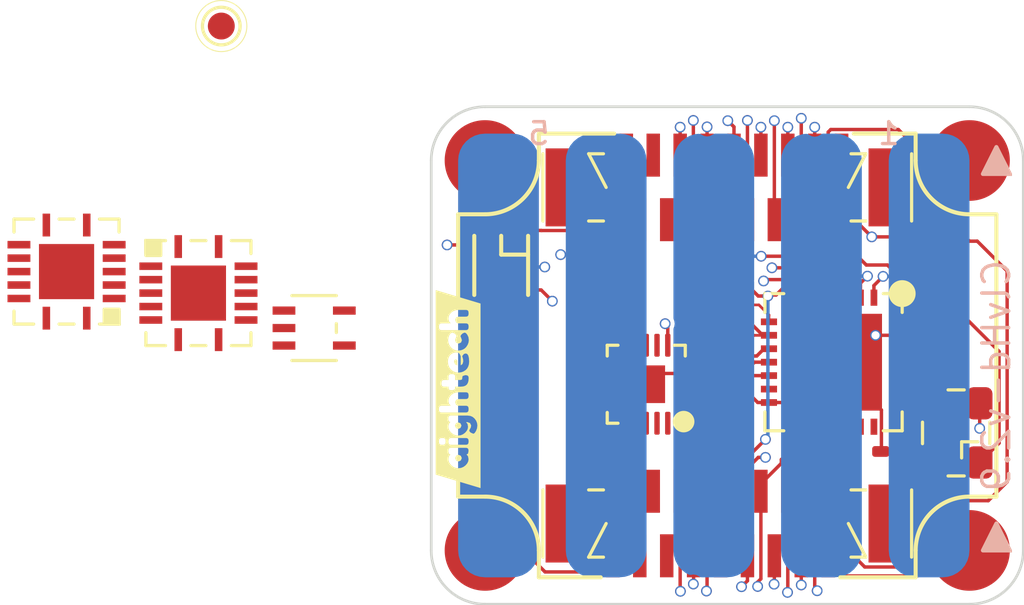
<source format=kicad_pcb>
(kicad_pcb (version 20221018) (generator pcbnew)
  (layers (0 "F.Cu" signal "Front") (1 "In1.Cu" signal) (2 "In2.Cu" signal) (3 "In3.Cu" signal) (4 "In4.Cu" signal) (5 "In5.Cu" signal) (6 "In6.Cu" signal) (31 "B.Cu" signal "Back") (34 "B.Paste" user) (35 "F.Paste" user) (36 "B.SilkS" user "B.Silkscreen") (37 "F.SilkS" user "F.Silkscreen") (38 "B.Mask" user) (39 "F.Mask" user) (44 "Edge.Cuts" user))
  (net 0 "")
  (net 1 "+3.3V")
  (net 2 "/ADS1293CISQE_0402_unit/XTAL1")
  (net 3 "/ADS1293CISQE_0402_unit/XTAL2")
  (net 4 "GND")
  (net 5 "DOUT")
  (net 6 "IN1")
  (net 7 "IN2")
  (net 8 "IN3")
  (net 9 "IN4")
  (net 10 "IN5")
  (net 11 "IN_ref")
  (net 12 "SCLK")
  (net 13 "DIN")
  (net 14 "OUT3")
  (net 15 "LED_OUT")
  (net 16 "LED_IN")
  (net 17 "ADD_IN2")
  (net 18 "ADD_IN3")
  (net 19 "ADD_IN4")
  (net 20 "ADD_IN1")
  (net 21 "ADD_OUT1")
  (net 22 "ADD_OUT2")
  (net 23 "ADD_OUT3")
  (net 24 "ADD_OUT4")
  (net 25 "I2C_SCL")
  (net 26 "I2C_SDA")
  (net 27 "AUX1")
  (net 28 "OUT1")
  (net 29 "OUT2")
  (net 30 "/ADS1293CISQE_0402_unit/RLDREF")
  (net 31 "/Vcap")
  (net 32 "/ADS1293CISQE_0402_unit/RLDOUT")
  (net 33 "+5VA")
  (net 34 "ALARMB")
  (net 35 "D_RDYB")
  (net 36 "RESETB")
  (net 37 "AUX2")
  (net 38 "/ADS1293CISQE_0402_unit/RLDINV")
  (net 39 "/ADS1293CISQE_0402_unit/cvref")
  (net 48 "/ADS1293CISQE_0402_unit/CMOUT")
  (net 49 "/ADS1293CISQE_0402_unit/sdo")
  (net 54 "CSB")
  (net 55 "/ADS1293CISQE_0402_unit/D_RDYB")
  (net 56 "/ADS1293CISQE_0402_unit/ALARMB")
  (net 59 "/addressing/carry0")
  (net 61 "/addressing/carry1")
  (net 63 "/addressing/carry2")
  (footprint "Capacitor_SMD:C_0201_0603Metric_Pad0.64x0.40mm_HandSolder" (layer "F.Cu") (at 178.58 83.11)
    (fp_text reference "C4" hide)
    (fp_text value "1nF" hide)
    (pad "1" smd roundrect (at -0.4075 0) (size 0.635 0.4) (layers "F.Cu" "F.Mask") (net 38 "/ADS1293CISQE_0402_unit/RLDINV"))
    (pad "2" smd roundrect (at 0.4075 0) (size 0.635 0.4) (layers "F.Cu" "F.Mask") (net 32 "/ADS1293CISQE_0402_unit/RLDOUT"))
  )
  (footprint "Capacitor_SMD:C_0201_0603Metric_Pad0.64x0.40mm_HandSolder" (layer "F.Cu") (at 178.34 85.17 90)
    (fp_text reference "C8" hide)
    (fp_text value "4.7uF" hide)
    (pad "1" smd roundrect (at -0.4075 0 90) (size 0.635 0.4) (layers "F.Cu" "F.Mask") (net 4 "GND"))
    (pad "2" smd roundrect (at 0.4075 0 90) (size 0.635 0.4) (layers "F.Cu" "F.Mask") (net 31 "/Vcap"))
  )
  (footprint "Resistor_SMD:R_0201_0603Metric_Pad0.64x0.40mm_HandSolder" (layer "F.Cu") (at 178.58 83.87)
    (fp_text reference "R2" hide)
    (fp_text value "10M" hide)
    (pad "1" smd roundrect (at -0.4075 0) (size 0.635 0.4) (layers "F.Cu" "F.Mask") (net 38 "/ADS1293CISQE_0402_unit/RLDINV"))
    (pad "2" smd roundrect (at 0.4075 0) (size 0.635 0.4) (layers "F.Cu" "F.Mask") (net 32 "/ADS1293CISQE_0402_unit/RLDOUT"))
  )
  (footprint "Resistor_SMD:R_0201_0603Metric_Pad0.64x0.40mm_HandSolder" (layer "F.Cu") (at 178.58 82.35)
    (fp_text reference "R1" hide)
    (fp_text value "10K" hide)
    (pad "1" smd roundrect (at -0.4075 0) (size 0.635 0.4) (layers "F.Cu" "F.Mask") (net 38 "/ADS1293CISQE_0402_unit/RLDINV"))
    (pad "2" smd roundrect (at 0.4075 0) (size 0.635 0.4) (layers "F.Cu" "F.Mask") (net 48 "/ADS1293CISQE_0402_unit/CMOUT"))
  )
  (footprint "00_custom-footprints:SN74ALVC08RGYR" (layer "F.Cu") (at 153.830001 81.111 180)
    (fp_text reference "U3" hide)
    (fp_text value "SN74ALVC08RGYR" hide)
    (pad "1" smd rect (at -0.750001 -1.731 180) (size 0.279908 0.849884) (layers "F.Cu" "F.Mask") (net 1 "+3.3V"))
    (pad "2" smd rect (at -1.769001 -1.000001 270) (size 0.279908 0.849884) (layers "F.Cu" "F.Mask") (net 20 "ADD_IN1"))
    (pad "3" smd rect (at -1.769001 -0.499999 270) (size 0.279908 0.849884) (layers "F.Cu" "F.Mask") (net 59 "/addressing/carry0"))
    (pad "4" smd rect (at -1.769001 0 270) (size 0.279908 0.849884) (layers "F.Cu" "F.Mask") (net 59 "/addressing/carry0"))
    (pad "5" smd rect (at -1.769001 0.499999 270) (size 0.279908 0.849884) (layers "F.Cu" "F.Mask") (net 17 "ADD_IN2"))
    (pad "6" smd rect (at -1.769001 1.000001 270) (size 0.279908 0.849884) (layers "F.Cu" "F.Mask") (net 61 "/addressing/carry1"))
    (pad "7" smd rect (at -0.750001 1.731 180) (size 0.279908 0.849884) (layers "F.Cu" "F.Mask") (net 4 "GND"))
    (pad "8" smd rect (at 0.750001 1.731 180) (size 0.279908 0.849884) (layers "F.Cu" "F.Mask") (net 63 "/addressing/carry2"))
    (pad "9" smd rect (at 1.769001 1.000001 270) (size 0.279908 0.849884) (layers "F.Cu" "F.Mask") (net 61 "/addressing/carry1"))
    (pad "10" smd rect (at 1.769001 0.499999 270) (size 0.279908 0.849884) (layers "F.Cu" "F.Mask") (net 18 "ADD_IN3"))
    (pad "11" smd rect (at 1.769001 0 270) (size 0.279908 0.849884) (layers "F.Cu" "F.Mask"))
    (pad "12" smd rect (at 1.769001 -0.499999 270) (size 0.279908 0.849884) (layers "F.Cu" "F.Mask"))
    (pad "13" smd rect (at 1.769001 -1.000001 270) (size 0.279908 0.849884) (layers "F.Cu" "F.Mask"))
    (pad "14" smd rect (at 0.750001 -1.731 180) (size 0.279908 0.849884) (layers "F.Cu" "F.Mask") (net 1 "+3.3V"))
    (pad "15" smd rect (at 0 0 180) (size 2.05 2.05) (layers "F.Cu") (net 4 "GND"))
  )
  (footprint "00_custom-footprints:TestPoint_Pad_D1.0mm" (layer "F.Cu") (at 159.58 71.98)
    (fp_text reference "TP1" hide)
    (fp_text value "TP_SDA" hide)
    (pad "1" smd circle (at 0 0) (size 1 1) (layers "F.Cu" "F.Mask") (net 54 "CSB"))
  )
  (footprint "00_custom-footprints:SN74LVC86ARGYR" (layer "F.Cu") (at 158.730001 81.911)
    (fp_text reference "U4" hide)
    (fp_text value "SN74LVC86ARGYR" hide)
    (pad "1" smd rect (at -0.750001 -1.731) (size 0.279908 0.849884) (layers "F.Cu" "F.Mask") (net 17 "ADD_IN2"))
    (pad "2" smd rect (at -1.769001 -1.000001 90) (size 0.279908 0.849884) (layers "F.Cu" "F.Mask") (net 59 "/addressing/carry0"))
    (pad "3" smd rect (at -1.769001 -0.499999 90) (size 0.279908 0.849884) (layers "F.Cu" "F.Mask") (net 22 "ADD_OUT2"))
    (pad "4" smd rect (at -1.769001 0 90) (size 0.279908 0.849884) (layers "F.Cu" "F.Mask") (net 20 "ADD_IN1"))
    (pad "5" smd rect (at -1.769001 0.499999 90) (size 0.279908 0.849884) (layers "F.Cu" "F.Mask") (net 1 "+3.3V"))
    (pad "6" smd rect (at -1.769001 1.000001 90) (size 0.279908 0.849884) (layers "F.Cu" "F.Mask") (net 21 "ADD_OUT1"))
    (pad "7" smd rect (at -0.750001 1.731) (size 0.279908 0.849884) (layers "F.Cu" "F.Mask") (net 4 "GND"))
    (pad "8" smd rect (at 0.750001 1.731) (size 0.279908 0.849884) (layers "F.Cu" "F.Mask") (net 24 "ADD_OUT4"))
    (pad "9" smd rect (at 1.769001 1.000001 90) (size 0.279908 0.849884) (layers "F.Cu" "F.Mask") (net 19 "ADD_IN4"))
    (pad "10" smd rect (at 1.769001 0.499999 90) (size 0.279908 0.849884) (layers "F.Cu" "F.Mask") (net 63 "/addressing/carry2"))
    (pad "11" smd rect (at 1.769001 0 90) (size 0.279908 0.849884) (layers "F.Cu" "F.Mask") (net 23 "ADD_OUT3"))
    (pad "12" smd rect (at 1.769001 -0.499999 90) (size 0.279908 0.849884) (layers "F.Cu" "F.Mask") (net 18 "ADD_IN3"))
    (pad "13" smd rect (at 1.769001 -1.000001 90) (size 0.279908 0.849884) (layers "F.Cu" "F.Mask") (net 61 "/addressing/carry1"))
    (pad "14" smd rect (at 0.750001 -1.731) (size 0.279908 0.849884) (layers "F.Cu" "F.Mask") (net 1 "+3.3V"))
    (pad "15" smd rect (at 0 0) (size 2.05 2.05) (layers "F.Cu") (net 4 "GND"))
  )
  (footprint "kibuzzard-63F61033" (layer "F.Cu") (at 168.380001 85.48 90)
    (fp_text reference "kibuzzard-63F61033" hide)
    (fp_text value "G***" hide)
  )
  (footprint "00_custom-footprints:insert_1.2mm" (layer "F.Cu") (at 169.38 76.98)
    (fp_text reference "I4" hide)
    (fp_text value "smd_insert" hide)
    (pad "1" smd circle (at 0 0) (size 3 3) (layers "F.Cu" "F.Mask"))
  )
  (footprint "00_custom-footprints:SN74LVC1G132DCKR" (layer "F.Cu") (at 163.030001 83.211)
    (fp_text reference "U5" hide)
    (fp_text value "SN74LVC1G132DCKR" hide)
    (pad "1" smd rect (at -1.121151 -0.649999) (size 0.845299 0.3048) (layers "F.Cu" "F.Paste" "F.Mask") (net 63 "/addressing/carry2"))
    (pad "2" smd rect (at -1.121151 0) (size 0.845299 0.3048) (layers "F.Cu" "F.Paste" "F.Mask") (net 19 "ADD_IN4"))
    (pad "3" smd rect (at -1.121151 0.649999) (size 0.845299 0.3048) (layers "F.Cu" "F.Paste" "F.Mask") (net 4 "GND"))
    (pad "4" smd rect (at 1.121151 0.649999) (size 0.845299 0.3048) (layers "F.Cu" "F.Paste" "F.Mask") (net 54 "CSB"))
    (pad "5" smd rect (at 1.121151 -0.649999) (size 0.845299 0.3048) (layers "F.Cu" "F.Paste" "F.Mask") (net 1 "+3.3V"))
  )
  (footprint "Resistor_SMD:R_0201_0603Metric_Pad0.64x0.40mm_HandSolder" (layer "F.Cu") (at 182.58 87.8 180)
    (fp_text reference "R3" hide)
    (fp_text value "51" hide)
    (pad "1" smd roundrect (at -0.4075 0 180) (size 0.635 0.4) (layers "F.Cu" "F.Mask") (net 49 "/ADS1293CISQE_0402_unit/sdo"))
    (pad "2" smd roundrect (at 0.4075 0 180) (size 0.635 0.4) (layers "F.Cu" "F.Mask") (net 5 "DOUT"))
  )
  (footprint "00_custom-footprints:XF2J-1824-12A" (layer "F.Cu") (at 178.38 77.98 180)
    (fp_text reference "J2" hide)
    (fp_text value "XF2J-1824-12A" hide)
    (pad "1" smd rect (at -4.25 1.2 180) (size 0.5 1.6) (layers "F.Cu" "F.Paste" "F.Mask") (net 1 "+3.3V"))
    (pad "2" smd rect (at -3.75 -1.2 180) (size 0.5 1.6) (layers "F.Cu" "F.Paste" "F.Mask") (net 33 "+5VA"))
    (pad "3" smd rect (at -3.25 1.2 180) (size 0.5 1.6) (layers "F.Cu" "F.Paste" "F.Mask") (net 5 "DOUT"))
    (pad "4" smd rect (at -2.75 -1.2 180) (size 0.5 1.6) (layers "F.Cu" "F.Paste" "F.Mask") (net 4 "GND"))
    (pad "5" smd rect (at -2.25 1.2 180) (size 0.5 1.6) (layers "F.Cu" "F.Paste" "F.Mask") (net 13 "DIN"))
    (pad "6" smd rect (at -1.75 -1.2 180) (size 0.5 1.6) (layers "F.Cu" "F.Paste" "F.Mask") (net 37 "AUX2"))
    (pad "7" smd rect (at -1.25 1.2 180) (size 0.5 1.6) (layers "F.Cu" "F.Paste" "F.Mask") (net 12 "SCLK"))
    (pad "8" smd rect (at -0.75 -1.2 180) (size 0.5 1.6) (layers "F.Cu" "F.Paste" "F.Mask") (net 27 "AUX1"))
    (pad "9" smd rect (at -0.25 1.2 180) (size 0.5 1.6) (layers "F.Cu" "F.Paste" "F.Mask") (net 4 "GND"))
    (pad "10" smd rect (at 0.25 -1.2 180) (size 0.5 1.6) (layers "F.Cu" "F.Paste" "F.Mask") (net 11 "IN_ref"))
    (pad "11" smd rect (at 0.75 1.2 180) (size 0.5 1.6) (layers "F.Cu" "F.Paste" "F.Mask") (net 36 "RESETB"))
    (pad "12" smd rect (at 1.25 -1.2 180) (size 0.5 1.6) (layers "F.Cu" "F.Paste" "F.Mask") (net 25 "I2C_SCL"))
    (pad "13" smd rect (at 1.75 1.2 180) (size 0.5 1.6) (layers "F.Cu" "F.Paste" "F.Mask") (net 26 "I2C_SDA"))
    (pad "14" smd rect (at 2.25 -1.2 180) (size 0.5 1.6) (layers "F.Cu" "F.Paste" "F.Mask") (net 24 "ADD_OUT4"))
    (pad "15" smd rect (at 2.75 1.2 180) (size 0.5 1.6) (layers "F.Cu" "F.Paste" "F.Mask") (net 23 "ADD_OUT3"))
    (pad "16" smd rect (at 3.25 -1.2 180) (size 0.5 1.6) (layers "F.Cu" "F.Paste" "F.Mask") (net 22 "ADD_OUT2"))
    (pad "17" smd rect (at 3.75 1.2 180) (size 0.5 1.6) (layers "F.Cu" "F.Paste" "F.Mask") (net 21 "ADD_OUT1"))
    (pad "18" smd rect (at 4.25 -1.2 180) (size 0.5 1.6) (layers "F.Cu" "F.Paste" "F.Mask") (net 15 "LED_OUT"))
    (pad "19" smd rect (at -6 0 180) (size 1.5 2.9) (layers "F.Cu" "F.Paste" "F.Mask"))
    (pad "20" smd rect (at 6 0 180) (size 1.5 2.9) (layers "F.Cu" "F.Paste" "F.Mask"))
  )
  (footprint "00_custom-footprints:XF2J-1824-12A" (layer "F.Cu") (at 178.38 90.48)
    (fp_text reference "J1" hide)
    (fp_text value "XF2J-1824-12A" hide)
    (pad "1" smd rect (at -4.25 1.2) (size 0.5 1.6) (layers "F.Cu" "F.Paste" "F.Mask") (net 16 "LED_IN"))
    (pad "2" smd rect (at -3.75 -1.2) (size 0.5 1.6) (layers "F.Cu" "F.Paste" "F.Mask") (net 20 "ADD_IN1"))
    (pad "3" smd rect (at -3.25 1.2) (size 0.5 1.6) (layers "F.Cu" "F.Paste" "F.Mask") (net 17 "ADD_IN2"))
    (pad "4" smd rect (at -2.75 -1.2) (size 0.5 1.6) (layers "F.Cu" "F.Paste" "F.Mask") (net 18 "ADD_IN3"))
    (pad "5" smd rect (at -2.25 1.2) (size 0.5 1.6) (layers "F.Cu" "F.Paste" "F.Mask") (net 19 "ADD_IN4"))
    (pad "6" smd rect (at -1.75 -1.2) (size 0.5 1.6) (layers "F.Cu" "F.Paste" "F.Mask") (net 26 "I2C_SDA"))
    (pad "7" smd rect (at -1.25 1.2) (size 0.5 1.6) (layers "F.Cu" "F.Paste" "F.Mask") (net 25 "I2C_SCL"))
    (pad "8" smd rect (at -0.75 -1.2) (size 0.5 1.6) (layers "F.Cu" "F.Paste" "F.Mask") (net 36 "RESETB"))
    (pad "9" smd rect (at -0.25 1.2) (size 0.5 1.6) (layers "F.Cu" "F.Paste" "F.Mask") (net 11 "IN_ref"))
    (pad "10" smd rect (at 0.25 -1.2) (size 0.5 1.6) (layers "F.Cu" "F.Paste" "F.Mask") (net 4 "GND"))
    (pad "11" smd rect (at 0.75 1.2) (size 0.5 1.6) (layers "F.Cu" "F.Paste" "F.Mask") (net 27 "AUX1"))
    (pad "12" smd rect (at 1.25 -1.2) (size 0.5 1.6) (layers "F.Cu" "F.Paste" "F.Mask") (net 12 "SCLK"))
    (pad "13" smd rect (at 1.75 1.2) (size 0.5 1.6) (layers "F.Cu" "F.Paste" "F.Mask") (net 37 "AUX2"))
    (pad "14" smd rect (at 2.25 -1.2) (size 0.5 1.6) (layers "F.Cu" "F.Paste" "F.Mask") (net 13 "DIN"))
    (pad "15" smd rect (at 2.75 1.2) (size 0.5 1.6) (layers "F.Cu" "F.Paste" "F.Mask") (net 4 "GND"))
    (pad "16" smd rect (at 3.25 -1.2) (size 0.5 1.6) (layers "F.Cu" "F.Paste" "F.Mask") (net 5 "DOUT"))
    (pad "17" smd rect (at 3.75 1.2) (size 0.5 1.6) (layers "F.Cu" "F.Paste" "F.Mask") (net 33 "+5VA"))
    (pad "18" smd rect (at 4.25 -1.2) (size 0.5 1.6) (layers "F.Cu" "F.Paste" "F.Mask") (net 1 "+3.3V"))
    (pad "19" smd rect (at -6 0) (size 1.5 2.9) (layers "F.Cu" "F.Paste" "F.Mask"))
    (pad "20" smd rect (at 6 0) (size 1.5 2.9) (layers "F.Cu" "F.Paste" "F.Mask"))
  )
  (footprint "00_custom-footprints:insert_1.2mm" (layer "F.Cu") (at 187.38 91.48)
    (fp_text reference "I2" hide)
    (fp_text value "smd_insert" hide)
    (pad "1" smd circle (at 0 0) (size 3 3) (layers "F.Cu" "F.Mask"))
  )
  (footprint "00_custom-footprints:WS2812-2020" (layer "F.Cu") (at 169.98 80.88 90)
    (fp_text reference "LED1" hide)
    (fp_text value "WS2812-2020" hide)
    (pad "1" smd rect (at 0.915 0.55 90) (size 0.7 0.7) (layers "F.Cu" "F.Paste" "F.Mask") (net 15 "LED_OUT"))
    (pad "2" smd rect (at 0.915 -0.55 90) (size 0.7 0.7) (layers "F.Cu" "F.Paste" "F.Mask") (net 4 "GND"))
    (pad "3" smd rect (at -0.915 -0.55 90) (size 0.7 0.7) (layers "F.Cu" "F.Paste" "F.Mask") (net 16 "LED_IN"))
    (pad "4" smd rect (at -0.915 0.55 90) (size 0.7 0.7) (layers "F.Cu" "F.Paste" "F.Mask") (net 1 "+3.3V"))
  )
  (footprint "00_custom-footprints:ADS1293CISQE" (layer "F.Cu") (at 182.33 84.48 -90)
    (fp_text reference "U1" hide)
    (fp_text value "ADS1293CISQE-NOPB" hide)
    (pad "1" smd rect (at -2.4 -1.5) (size 0.25 0.6) (layers "F.Cu" "F.Paste" "F.Mask") (net 6 "IN1"))
    (pad "2" smd rect (at -2.4 -1.000001) (size 0.25 0.6) (layers "F.Cu" "F.Paste" "F.Mask") (net 7 "IN2"))
    (pad "3" smd rect (at -2.4 -0.499999) (size 0.25 0.6) (layers "F.Cu" "F.Paste" "F.Mask") (net 8 "IN3"))
    (pad "4" smd rect (at -2.4 0) (size 0.25 0.6) (layers "F.Cu" "F.Paste" "F.Mask") (net 9 "IN4"))
    (pad "5" smd rect (at -2.4 0.499999) (size 0.25 0.6) (layers "F.Cu" "F.Paste" "F.Mask") (net 10 "IN5"))
    (pad "6" smd rect (at -2.4 1.000001) (size 0.25 0.6) (layers "F.Cu" "F.Paste" "F.Mask") (net 11 "IN_ref"))
    (pad "7" smd rect (at -2.4 1.5) (size 0.25 0.6) (layers "F.Cu" "F.Paste" "F.Mask"))
    (pad "8" smd rect (at -1.5 2.4 270) (size 0.25 0.6) (layers "F.Cu" "F.Paste" "F.Mask") (net 48 "/ADS1293CISQE_0402_unit/CMOUT"))
    (pad "9" smd rect (at -1.000001 2.4 270) (size 0.25 0.6) (layers "F.Cu" "F.Paste" "F.Mask") (net 32 "/ADS1293CISQE_0402_unit/RLDOUT"))
    (pad "10" smd rect (at -0.499999 2.4 270) (size 0.25 0.6) (layers "F.Cu" "F.Paste" "F.Mask") (net 38 "/ADS1293CISQE_0402_unit/RLDINV"))
    (pad "11" smd rect (at 0 2.4 270) (size 0.25 0.6) (layers "F.Cu" "F.Paste" "F.Mask") (net 30 "/ADS1293CISQE_0402_unit/RLDREF"))
    (pad "12" smd rect (at 0.499999 2.4 270) (size 0.25 0.6) (layers "F.Cu" "F.Paste" "F.Mask") (net 30 "/ADS1293CISQE_0402_unit/RLDREF"))
    (pad "13" smd rect (at 1.000001 2.4 270) (size 0.25 0.6) (layers "F.Cu" "F.Paste" "F.Mask"))
    (pad "14" smd rect (at 1.5 2.4 270) (size 0.25 0.6) (layers "F.Cu" "F.Paste" "F.Mask") (net 4 "GND"))
    (pad "15" smd rect (at 2.4 1.5) (size 0.25 0.6) (layers "F.Cu" "F.Paste" "F.Mask") (net 56 "/ADS1293CISQE_0402_unit/ALARMB"))
    (pad "16" smd rect (at 2.4 1.000001) (size 0.25 0.6) (layers "F.Cu" "F.Paste" "F.Mask") (net 54 "CSB"))
    (pad "17" smd rect (at 2.4 0.499999) (size 0.25 0.6) (layers "F.Cu" "F.Paste" "F.Mask") (net 12 "SCLK"))
    (pad "18" smd rect (at 2.4 0) (size 0.25 0.6) (layers "F.Cu" "F.Paste" "F.Mask") (net 13 "DIN"))
    (pad "19" smd rect (at 2.4 -0.499999) (size 0.25 0.6) (layers "F.Cu" "F.Paste" "F.Mask") (net 49 "/ADS1293CISQE_0402_unit/sdo"))
    (pad "20" smd rect (at 2.4 -1.000001) (size 0.25 0.6) (layers "F.Cu" "F.Paste" "F.Mask") (net 55 "/ADS1293CISQE_0402_unit/D_RDYB"))
    (pad "21" smd rect (at 2.4 -1.5) (size 0.25 0.6) (layers "F.Cu" "F.Paste" "F.Mask"))
    (pad "22" smd rect (at 1.5 -2.4 270) (size 0.25 0.6) (layers "F.Cu" "F.Paste" "F.Mask") (net 1 "+3.3V"))
    (pad "23" smd rect (at 1.000001 -2.4 270) (size 0.25 0.6) (layers "F.Cu" "F.Paste" "F.Mask") (net 3 "/ADS1293CISQE_0402_unit/XTAL2"))
    (pad "24" smd rect (at 0.499999 -2.4 270) (size 0.25 0.6) (layers "F.Cu" "F.Paste" "F.Mask") (net 2 "/ADS1293CISQE_0402_unit/XTAL1"))
    (pad "25" smd rect (at 0 -2.4 270) (size 0.25 0.6) (layers "F.Cu" "F.Paste" "F.Mask"))
    (pad "26" smd rect (at -0.499999 -2.4 270) (size 0.25 0.6) (layers "F.Cu" "F.Paste" "F.Mask") (net 39 "/ADS1293CISQE_0402_unit/cvref"))
    (pad "27" smd rect (at -1.000001 -2.4 270) (size 0.25 0.6) (layers "F.Cu" "F.Paste" "F.Mask") (net 4 "GND"))
    (pad "28" smd rect (at -1.5 -2.4 270) (size 0.25 0.6) (layers "F.Cu" "F.Paste" "F.Mask") (net 33 "+5VA"))
    (pad "29" smd rect (at 0 0 270) (size 3.6 3.6) (layers "F.Cu") (net 4 "GND"))
  )
  (footprint "Capacitor_SMD:C_0201_0603Metric_Pad0.64x0.40mm_HandSolder" (layer "F.Cu") (at 186.18 83.83)
    (fp_text reference "C6" hide)
    (fp_text value "1uF" hide)
    (pad "1" smd roundrect (at -0.4075 0) (size 0.635 0.4) (layers "F.Cu" "F.Mask") (net 39 "/ADS1293CISQE_0402_unit/cvref"))
    (pad "2" smd roundrect (at 0.4075 0) (size 0.635 0.4) (layers "F.Cu" "F.Mask") (net 4 "GND"))
  )
  (footprint "Capacitor_SMD:C_0201_0603Metric_Pad0.64x0.40mm_HandSolder" (layer "F.Cu") (at 185.68 82.4 -90)
    (fp_text reference "C5" hide)
    (fp_text value "100nF" hide)
    (pad "1" smd roundrect (at -0.4075 0 270) (size 0.635 0.4) (layers "F.Cu" "F.Mask") (net 33 "+5VA"))
    (pad "2" smd roundrect (at 0.4075 0 270) (size 0.635 0.4) (layers "F.Cu" "F.Mask") (net 4 "GND"))
  )
  (footprint "Capacitor_SMD:C_0201_0603Metric_Pad0.64x0.40mm_HandSolder" (layer "F.Cu") (at 179.11 85.17 -90)
    (fp_text reference "C3" hide)
    (fp_text value "100nF" hide)
    (pad "1" smd roundrect (at -0.4075 0 270) (size 0.635 0.4) (layers "F.Cu" "F.Mask") (net 30 "/ADS1293CISQE_0402_unit/RLDREF"))
    (pad "2" smd roundrect (at 0.4075 0 270) (size 0.635 0.4) (layers "F.Cu" "F.Mask") (net 4 "GND"))
  )
  (footprint "00_custom-footprints:insert_1.2mm" (layer "F.Cu") (at 187.38 76.98)
    (fp_text reference "I3" hide)
    (fp_text value "smd_insert" hide)
    (pad "1" smd circle (at 0 0) (size 3 3) (layers "F.Cu" "F.Mask"))
  )
  (footprint "00_custom-footprints:insert_1.2mm" (layer "F.Cu") (at 169.38 91.48)
    (fp_text reference "I1" hide)
    (fp_text value "smd_insert" hide)
    (pad "1" smd circle (at 0 0) (size 3 3) (layers "F.Cu" "F.Mask"))
  )
  (footprint "Capacitor_SMD:C_0201_0603Metric_Pad0.64x0.40mm_HandSolder" (layer "F.Cu") (at 184.49 87.8 180)
    (fp_text reference "C7" hide)
    (fp_text value "100nF" hide)
    (pad "1" smd roundrect (at -0.4075 0 180) (size 0.635 0.4) (layers "F.Cu" "F.Mask") (net 1 "+3.3V"))
    (pad "2" smd roundrect (at 0.4075 0 180) (size 0.635 0.4) (layers "F.Cu" "F.Mask") (net 4 "GND"))
  )
  (footprint "00_custom-footprints:SMD3225-4P" (layer "F.Cu") (at 186.885 87.11 90)
    (fp_text reference "XTAL1" hide)
    (fp_text value "4.096MHz" hide)
    (pad "1" smd roundrect (at -1.1 0.875 180) (size 0.95 1.2) (layers "F.Cu" "F.Paste" "F.Mask") (net 1 "+3.3V"))
    (pad "2" smd roundrect (at 1.1 0.875 180) (size 0.95 1.2) (layers "F.Cu" "F.Paste" "F.Mask") (net 4 "GND"))
    (pad "3" smd roundrect (at 1.1 -0.875 180) (size 0.95 1.2) (layers "F.Cu" "F.Paste" "F.Mask") (net 3 "/ADS1293CISQE_0402_unit/XTAL2"))
    (pad "4" smd roundrect (at -1.1 -0.875 270) (size 1.2 0.95) (layers "F.Cu" "F.Paste" "F.Mask") (net 1 "+3.3V"))
  )
  (footprint "00_custom-footprints:QFN-20-1EP_3x3mm_P0.4mm_EP1.4x1.4mm" (layer "F.Cu") (at 175.37 85.3 180)
    (fp_text reference "U2" hide)
    (fp_text value "HC32L110C6UA" hide)
    (pad "1" smd roundrect (at -1.45 -0.8 180) (size 0.85 0.2) (layers "F.Cu" "F.Paste" "F.Mask") (net 36 "RESETB"))
    (pad "2" smd roundrect (at -1.45 -0.4 180) (size 0.85 0.2) (layers "F.Cu" "F.Paste" "F.Mask") (net 54 "CSB"))
    (pad "3" smd roundrect (at -1.45 0 180) (size 0.85 0.2) (layers "F.Cu" "F.Paste" "F.Mask") (net 34 "ALARMB"))
    (pad "4" smd roundrect (at -1.45 0.4 180) (size 0.85 0.2) (layers "F.Cu" "F.Paste" "F.Mask") (net 4 "GND"))
    (pad "5" smd roundrect (at -1.45 0.8 180) (size 0.85 0.2) (layers "F.Cu" "F.Paste" "F.Mask") (net 31 "/Vcap"))
    (pad "6" smd roundrect (at -0.8 1.45 180) (size 0.2 0.85) (layers "F.Cu" "F.Paste" "F.Mask") (net 1 "+3.3V"))
    (pad "7" smd roundrect (at -0.4 1.45 180) (size 0.2 0.85) (layers "F.Cu" "F.Paste" "F.Mask"))
    (pad "8" smd roundrect (at 0 1.45 180) (size 0.2 0.85) (layers "F.Cu" "F.Paste" "F.Mask"))
    (pad "9" smd roundrect (at 0.4 1.45 180) (size 0.2 0.85) (layers "F.Cu" "F.Paste" "F.Mask"))
    (pad "10" smd roundrect (at 0.8 1.45 180) (size 0.2 0.85) (layers "F.Cu" "F.Paste" "F.Mask"))
    (pad "11" smd roundrect (at 1.45 0.8 180) (size 0.85 0.2) (layers "F.Cu" "F.Paste" "F.Mask") (net 14 "OUT3"))
    (pad "12" smd roundrect (at 1.45 0.4 180) (size 0.85 0.2) (layers "F.Cu" "F.Paste" "F.Mask") (net 29 "OUT2"))
    (pad "13" smd roundrect (at 1.45 0 180) (size 0.85 0.2) (layers "F.Cu" "F.Paste" "F.Mask") (net 28 "OUT1"))
    (pad "14" smd roundrect (at 1.45 -0.4 180) (size 0.85 0.2) (layers "F.Cu" "F.Paste" "F.Mask") (net 37 "AUX2"))
    (pad "15" smd roundrect (at 1.45 -0.8 180) (size 0.85 0.2) (layers "F.Cu" "F.Paste" "F.Mask") (net 27 "AUX1"))
    (pad "16" smd roundrect (at 0.8 -1.45 180) (size 0.2 0.85) (layers "F.Cu" "F.Paste" "F.Mask"))
    (pad "17" smd roundrect (at 0.4 -1.45 180) (size 0.2 0.85) (layers "F.Cu" "F.Paste" "F.Mask") (net 35 "D_RDYB"))
    (pad "18" smd roundrect (at 0 -1.45 180) (size 0.2 0.85) (layers "F.Cu" "F.Paste" "F.Mask") (net 16 "LED_IN"))
    (pad "19" smd roundrect (at -0.4 -1.45 180) (size 0.2 0.85) (layers "F.Cu" "F.Paste" "F.Mask") (net 26 "I2C_SDA"))
    (pad "20" smd roundrect (at -0.8 -1.45 180) (size 0.2 0.85) (layers "F.Cu" "F.Paste" "F.Mask") (net 25 "I2C_SCL"))
    (pad "21" smd rect (at 0 0 180) (size 1.4 1.4) (layers "F.Cu" "F.Mask") (net 4 "GND"))
  )
  (gr_rect (start 185.73 84.68) (end 186.28 84.93) (stroke (width 0.254)) (fill none) (layer "F.Cu"))
  (gr_poly (pts (xy 188.880001 91.479999) (xy 187.880001 91.479999) (xy 188.380001 90.479999)) (stroke (width 0.1524)) (fill solid) (layer "B.SilkS"))
  (gr_poly (pts (xy 188.880001 77.479999) (xy 187.880001 77.479999) (xy 188.380001 76.479999)) (stroke (width 0.1524)) (fill solid) (layer "B.SilkS"))
  (gr_line (start 168.380001 88.78) (end 168.38 89.479999) (stroke (width 0.15)) (layer "F.SilkS"))
  (gr_line (start 173.68 92.48) (end 171.38 92.48) (stroke (width 0.15)) (layer "F.SilkS"))
  (gr_line (start 187.38 89.48) (end 188.38 89.480001) (stroke (width 0.15)) (layer "F.SilkS"))
  (gr_line (start 185.379999 76.979999) (end 185.38 75.979999) (stroke (width 0.15)) (layer "F.SilkS"))
  (gr_line (start 169.379999 78.979999) (end 168.379999 78.979998) (stroke (width 0.15)) (layer "F.SilkS"))
  (gr_circle (center 159.58 71.98) (end 160.53 71.98) (stroke (width 0.0381)) (fill none) (layer "F.SilkS"))
  (gr_arc (start 171.379999 76.979999) (mid 170.794213 78.394213) (end 169.379999 78.979999) (stroke (width 0.1524)) (layer "F.SilkS"))
  (gr_line (start 185.38 91.48) (end 185.379999 92.48) (stroke (width 0.15)) (layer "F.SilkS"))
  (gr_arc (start 185.38 91.48) (mid 185.965786 90.065786) (end 187.38 89.48) (stroke (width 0.1524)) (layer "F.SilkS"))
  (gr_line (start 188.379999 78.98) (end 188.38 89.480001) (stroke (width 0.15)) (layer "F.SilkS"))
  (gr_arc (start 169.38 89.48) (mid 170.794214 90.065786) (end 171.38 91.48) (stroke (width 0.1524)) (layer "F.SilkS"))
  (gr_arc (start 187.379999 78.979999) (mid 185.965785 78.394213) (end 185.379999 76.979999) (stroke (width 0.1524)) (layer "F.SilkS"))
  (gr_line (start 169.38 89.48) (end 168.38 89.479999) (stroke (width 0.15)) (layer "F.SilkS"))
  (gr_line (start 171.38 92.48) (end 171.38 91.48) (stroke (width 0.15)) (layer "F.SilkS"))
  (gr_line (start 171.379999 76.979999) (end 171.38 75.979999) (stroke (width 0.15)) (layer "F.SilkS"))
  (gr_line (start 183.08 75.979999) (end 185.38 75.979999) (stroke (width 0.15)) (layer "F.SilkS"))
  (gr_line (start 187.379999 78.979999) (end 188.379999 78.98) (stroke (width 0.15)) (layer "F.SilkS"))
  (gr_line (start 182.58 92.48) (end 185.379999 92.48) (stroke (width 0.15)) (layer "F.SilkS"))
  (gr_line (start 168.379999 78.979998) (end 168.380001 82.18) (stroke (width 0.15)) (layer "F.SilkS"))
  (gr_line (start 174.18 75.98) (end 171.38 75.979999) (stroke (width 0.15)) (layer "F.SilkS"))
  (gr_arc (start 169.38 93.48) (mid 167.965786 92.894214) (end 167.38 91.48) (stroke (width 0.1)) (layer "Edge.Cuts"))
  (gr_line (start 169.379999 74.979999) (end 187.379999 74.979999) (stroke (width 0.1)) (layer "Edge.Cuts"))
  (gr_arc (start 189.38 91.48) (mid 188.794214 92.894214) (end 187.38 93.48) (stroke (width 0.1)) (layer "Edge.Cuts"))
  (gr_line (start 167.379999 76.979999) (end 167.38 91.48) (stroke (width 0.1)) (layer "Edge.Cuts"))
  (gr_line (start 189.379999 76.979999) (end 189.38 91.48) (stroke (width 0.1)) (layer "Edge.Cuts"))
  (gr_line (start 169.38 93.48) (end 187.38 93.48) (stroke (width 0.1)) (layer "Edge.Cuts"))
  (gr_arc (start 187.379999 74.979999) (mid 188.794213 75.565785) (end 189.379999 76.979999) (stroke (width 0.1)) (layer "Edge.Cuts"))
  (gr_arc (start 167.379999 76.979999) (mid 167.965785 75.565785) (end 169.379999 74.979999) (stroke (width 0.1)) (layer "Edge.Cuts"))
  (gr_text "ClvHd-v2.9" (at 188.380001 84.979999 90) (layer "B.SilkS") (effects (font (size 1 1) (thickness 0.127)) (justify mirror)))
  (gr_text "5" (at 171.38 75.98) (layer "B.SilkS") (effects (font (size 0.8128 0.8128) (thickness 0.127)) (justify mirror)))
  (gr_text "1" (at 184.38 75.98) (layer "B.SilkS") (effects (font (size 0.8128 0.8128) (thickness 0.127)) (justify mirror)))
  (segment (start 182.63 89.28) (end 183.095 89.745) (width 0.127) (layer "F.Cu") (net 1))
  (segment (start 183.489558 92.096558) (end 185.196442 92.096558) (width 0.127) (layer "F.Cu") (net 1))
  (segment (start 183.095 91.702) (end 183.489558 92.096558) (width 0.127) (layer "F.Cu") (net 1))
  (segment (start 171.465002 81.795) (end 170.53 81.795) (width 0.127) (layer "F.Cu") (net 1))
  (segment (start 186.01 88.21) (end 186.01 88.42) (width 0.1) (layer "F.Cu") (net 1))
  (segment (start 171.880001 82.209999) (end 171.465002 81.795) (width 0.127) (layer "F.Cu") (net 1))
  (segment (start 185.43 89) (end 184.97 88.54) (width 0.127) (layer "F.Cu") (net 1))
  (segment (start 185.43 91.863) (end 185.43 89) (width 0.127) (layer "F.Cu") (net 1))
  (segment (start 186.01 88.42) (end 185.43 89) (width 0.1) (layer "F.Cu") (net 1))
  (segment (start 186.43 80.61) (end 185.64 79.82) (width 0.127) (layer "F.Cu") (net 1))
  (segment (start 183.75 79.82) (end 182.66 78.73) (width 0.127) (layer "F.Cu") (net 1))
  (segment (start 186.43 82.03) (end 186.43 80.61) (width 0.127) (layer "F.Cu") (net 1))
  (segment (start 186.01 88.21) (end 187.76 88.21) (width 0.1) (layer "F.Cu") (net 1))
  (segment (start 187.76 88.21) (end 188.48 87.49) (width 0.127) (layer "F.Cu") (net 1))
  (segment (start 183.095 89.745) (end 183.095 91.702) (width 0.127) (layer "F.Cu") (net 1))
  (segment (start 184.73 85.98) (end 184.73 87.56) (width 0.127) (layer "F.Cu") (net 1))
  (segment (start 184.97 88.54) (end 184.97 87.8) (width 0.127) (layer "F.Cu") (net 1))
  (segment (start 188.48 84.08) (end 186.43 82.03) (width 0.127) (layer "F.Cu") (net 1))
  (segment (start 182.66 76.81) (end 182.629999 76.779999) (width 0.127) (layer "F.Cu") (net 1))
  (segment (start 176.17 83.145687) (end 176.17 83.85) (width 0.127) (layer "F.Cu") (net 1))
  (segment (start 176.072696 83.048383) (end 176.17 83.145687) (width 0.127) (layer "F.Cu") (net 1))
  (segment (start 185.196442 92.096558) (end 185.43 91.863) (width 0.127) (layer "F.Cu") (net 1))
  (segment (start 185.64 79.82) (end 183.75 79.82) (width 0.127) (layer "F.Cu") (net 1))
  (segment (start 188.48 87.49) (end 188.48 84.08) (width 0.127) (layer "F.Cu") (net 1))
  (segment (start 182.66 78.73) (end 182.66 76.81) (width 0.127) (layer "F.Cu") (net 1))
  (segment (start 184.73 87.56) (end 184.97 87.8) (width 0.127) (layer "F.Cu") (net 1))
  (via (at 183.75 79.82) (size 0.4) (drill 0.3) (layers "F.Cu" "B.Cu") (net 1))
  (via (at 176.072696 83.048383) (size 0.4) (drill 0.3) (layers "F.Cu" "B.Cu") (net 1))
  (via (at 171.880001 82.209999) (size 0.4) (drill 0.3) (layers "F.Cu" "B.Cu") (net 1))
  (segment (start 184.73 84.979999) (end 185.729999 84.979999) (width 0.1) (layer "F.Cu") (net 2))
  (segment (start 185.729999 84.979999) (end 185.73 84.98) (width 0.1) (layer "F.Cu") (net 2))
  (segment (start 185.480001 85.480001) (end 186.01 86.01) (width 0.1) (layer "F.Cu") (net 3))
  (segment (start 184.73 85.480001) (end 185.480001 85.480001) (width 0.1) (layer "F.Cu") (net 3))
  (segment (start 179.93 85.98) (end 179.5125 85.98) (width 0.127) (layer "F.Cu") (net 4))
  (segment (start 178.63 89.28) (end 178.63 88.923) (width 0.127) (layer "F.Cu") (net 4))
  (segment (start 186.66 83.83) (end 186.63 83.83) (width 0.1) (layer "F.Cu") (net 4))
  (segment (start 184.73 83.479999) (end 183.889999 83.479999) (width 0.127) (layer "F.Cu") (net 4))
  (segment (start 179.5125 85.98) (end 179.11 85.5775) (width 0.127) (layer "F.Cu") (net 4))
  (segment (start 178.63 88.923) (end 179.533 88.02) (width 0.127) (layer "F.Cu") (net 4))
  (segment (start 167.970001 80.119999) (end 169.275001 80.119999) (width 0.127) (layer "F.Cu") (net 4))
  (segment (start 184.1085 86.2585) (end 182.33 84.48) (width 0.127) (layer "F.Cu") (net 4))
  (segment (start 178.34 85.5775) (end 177.6625 84.9) (width 0.127) (layer "F.Cu") (net 4))
  (segment (start 184.1085 87.7015) (end 184.1085 86.2585) (width 0.127) (layer "F.Cu") (net 4))
  (segment (start 176.82 84.9) (end 175.77 84.9) (width 0.127) (layer "F.Cu") (net 4))
  (segment (start 179.11 85.5775) (end 178.34 85.5775) (width 0.127) (layer "F.Cu") (net 4))
  (segment (start 178.63 76.78) (end 178.63 75.729998) (width 0.127) (layer "F.Cu") (net 4))
  (segment (start 184.01 87.8) (end 184.1085 87.7015) (width 0.127) (layer "F.Cu") (net 4))
  (segment (start 169.275001 80.119999) (end 169.43 79.965) (width 0.127) (layer "F.Cu") (net 4))
  (segment (start 175.77 84.9) (end 175.37 85.3) (width 0.127) (layer "F.Cu") (net 4))
  (segment (start 187.76 86.94) (end 187.76 86.01) (width 0.127) (layer "F.Cu") (net 4))
  (segment (start 177.6625 84.9) (end 176.82 84.9) (width 0.127) (layer "F.Cu") (net 4))
  (segment (start 182.33 84.48) (end 182.889998 84.48) (width 0.127) (layer "F.Cu") (net 4))
  (segment (start 179.93 85.98) (end 180.83 85.98) (width 0.127) (layer "F.Cu") (net 4))
  (segment (start 178.63 75.729998) (end 178.400001 75.499999) (width 0.127) (layer "F.Cu") (net 4))
  (segment (start 182.889998 84.48) (end 183.889999 83.479999) (width 0.127) (layer "F.Cu") (net 4))
  (segment (start 180.83 85.98) (end 182.33 84.48) (width 0.127) (layer "F.Cu") (net 4))
  (segment (start 186.63 83.83) (end 185.68 82.88) (width 0.1) (layer "F.Cu") (net 4))
  (segment (start 179.533 88.02) (end 179.8 88.02) (width 0.127) (layer "F.Cu") (net 4))
  (segment (start 185.080001 83.479999) (end 185.68 82.88) (width 0.127) (layer "F.Cu") (net 4))
  (segment (start 185.68 82.88) (end 185.68 82.89) (width 0.127) (layer "F.Cu") (net 4))
  (segment (start 181.13 79.18) (end 181.13 75.41) (width 0.127) (layer "F.Cu") (net 4))
  (segment (start 181.13 92.764596) (end 181.13 91.68) (width 0.127) (layer "F.Cu") (net 4))
  (segment (start 184.73 83.479999) (end 185.080001 83.479999) (width 0.127) (layer "F.Cu") (net 4))
  (via (at 187.76 86.94) (size 0.4) (drill 0.3) (layers "F.Cu" "B.Cu") (net 4))
  (via (at 179.8 88.02) (size 0.4) (drill 0.3) (layers "F.Cu" "B.Cu") (net 4))
  (via (at 181.13 75.41) (size 0.4) (drill 0.3) (layers "F.Cu" "B.Cu") (net 4))
  (via (at 178.400001 75.499999) (size 0.4) (drill 0.3) (layers "F.Cu" "B.Cu") (net 4))
  (via (at 167.970001 80.119999) (size 0.4) (drill 0.3) (layers "F.Cu" "B.Cu") (net 4))
  (via (at 181.13 92.764596) (size 0.4) (drill 0.3) (layers "F.Cu" "B.Cu") (net 4))
  (via (at 183.889999 83.479999) (size 0.4) (drill 0.3) (layers "F.Cu" "B.Cu") (net 4))
  (segment (start 181.63 88.73) (end 182.1 88.26) (width 0.127) (layer "F.Cu") (net 5))
  (segment (start 181.63 76.78) (end 181.63 75.74) (width 0.127) (layer "F.Cu") (net 5))
  (segment (start 182.1 88.26) (end 182.1 87.8) (width 0.127) (layer "F.Cu") (net 5))
  (segment (start 181.63 89.28) (end 181.63 88.73) (width 0.127) (layer "F.Cu") (net 5))
  (segment (start 181.63 92.89) (end 181.63 89.28) (width 0.127) (layer "F.Cu") (net 5))
  (segment (start 181.72 92.98) (end 181.63 92.89) (width 0.127) (layer "F.Cu") (net 5))
  (via (at 181.72 92.98) (size 0.4) (drill 0.3) (layers "F.Cu" "B.Cu") (net 5))
  (via (at 181.63 75.74) (size 0.4) (drill 0.3) (layers "F.Cu" "B.Cu") (net 5))
  (segment (start 183.83 81.63) (end 183.83 82.08) (width 0.127) (layer "F.Cu") (net 6))
  (segment (start 184.17 81.29) (end 183.83 81.63) (width 0.127) (layer "F.Cu") (net 6))
  (via (at 184.17 81.29) (size 0.4) (drill 0.3) (layers "F.Cu" "B.Cu") (net 6))
  (segment (start 184.17 81.29) (end 184.5 81.29) (width 0.127) (layer "B.Cu") (net 6))
  (segment (start 183.330001 81.539999) (end 183.330001 82.08) (width 0.127) (layer "F.Cu") (net 7))
  (segment (start 183.59 81.28) (end 183.330001 81.539999) (width 0.127) (layer "F.Cu") (net 7))
  (via (at 183.59 81.28) (size 0.4) (drill 0.3) (layers "F.Cu" "B.Cu") (net 7))
  (segment (start 183.59 81.28) (end 183.26 81.28) (width 0.127) (layer "B.Cu") (net 7))
  (segment (start 182.829999 81.799999) (end 182.829999 82.08) (width 0.127) (layer "F.Cu") (net 8))
  (segment (start 179.64 80.54) (end 181.57 80.54) (width 0.127) (layer "F.Cu") (net 8))
  (segment (start 181.57 80.54) (end 182.829999 81.799999) (width 0.127) (layer "F.Cu") (net 8))
  (via (at 179.64 80.54) (size 0.4) (drill 0.3) (layers "F.Cu" "B.Cu") (net 8))
  (segment (start 179.64 80.54) (end 179.22 80.54) (width 0.127) (layer "B.Cu") (net 8))
  (segment (start 181.452001 80.97) (end 182.33 81.847999) (width 0.127) (layer "F.Cu") (net 9))
  (segment (start 182.33 81.847999) (end 182.33 82.08) (width 0.127) (layer "F.Cu") (net 9))
  (segment (start 180.04 80.97) (end 181.452001 80.97) (width 0.127) (layer "F.Cu") (net 9))
  (via (at 172.19 80.48) (size 0.4) (drill 0.3) (layers "F.Cu" "B.Cu") (net 9))
  (via (at 180.04 80.97) (size 0.4) (drill 0.3) (layers "F.Cu" "B.Cu") (net 9))
  (segment (start 172.19 80.48) (end 172.52 80.48) (width 0.127) (layer "B.Cu") (net 9))
  (segment (start 179.7805 81.4095) (end 181.334501 81.4095) (width 0.127) (layer "F.Cu") (net 10))
  (segment (start 181.830001 81.905) (end 181.830001 82.08) (width 0.127) (layer "F.Cu") (net 10))
  (segment (start 181.334501 81.4095) (end 181.830001 81.905) (width 0.127) (layer "F.Cu") (net 10))
  (segment (start 179.73 81.46) (end 179.7805 81.4095) (width 0.127) (layer "F.Cu") (net 10))
  (via (at 179.73 81.46) (size 0.4) (drill 0.3) (layers "F.Cu" "B.Cu") (net 10))
  (via (at 171.6 80.94) (size 0.4) (drill 0.3) (layers "F.Cu" "B.Cu") (net 10))
  (segment (start 171.6 80.94) (end 171.24 80.94) (width 0.127) (layer "B.Cu") (net 10))
  (segment (start 178.613 87.94) (end 178.13 88.423) (width 0.127) (layer "F.Cu") (net 11))
  (segment (start 178.13 80) (end 178.13 79.18) (width 0.127) (layer "F.Cu") (net 11))
  (segment (start 180.198 81.98) (end 179.93 81.98) (width 0.127) (layer "F.Cu") (net 11))
  (segment (start 181.051499 81.6265) (end 180.5515 81.6265) (width 0.127) (layer "F.Cu") (net 11))
  (segment (start 179.93 81.98) (end 179.89 82.02) (width 0.127) (layer "F.Cu") (net 11))
  (segment (start 179.53 82.02) (end 178.9235 81.4135) (width 0.127) (layer "F.Cu") (net 11))
  (segment (start 179.89 82.02) (end 179.53 82.02) (width 0.127) (layer "F.Cu") (net 11))
  (segment (start 179.8 87.35) (end 179.21 87.94) (width 0.127) (layer "F.Cu") (net 11))
  (segment (start 178.9235 81.4135) (end 178.9235 80.7935) (width 0.127) (layer "F.Cu") (net 11))
  (segment (start 178.9235 80.7935) (end 178.13 80) (width 0.127) (layer "F.Cu") (net 11))
  (segment (start 178.13 88.423) (end 178.13 91.68) (width 0.127) (layer "F.Cu") (net 11))
  (segment (start 181.329999 82.08) (end 181.329999 81.905) (width 0.127) (layer "F.Cu") (net 11))
  (segment (start 181.329999 81.905) (end 181.051499 81.6265) (width 0.127) (layer "F.Cu") (net 11))
  (segment (start 179.21 87.94) (end 178.613 87.94) (width 0.127) (layer "F.Cu") (net 11))
  (segment (start 180.5515 81.6265) (end 180.198 81.98) (width 0.127) (layer "F.Cu") (net 11))
  (via (at 179.8 87.35) (size 0.4) (drill 0.3) (layers "F.Cu" "B.Cu") (net 11))
  (via (at 179.89 82.02) (size 0.4) (drill 0.3) (layers "F.Cu" "B.Cu") (net 11))
  (segment (start 179.89 87.26) (end 179.89 82.02) (width 0.127) (layer "B.Cu") (net 11))
  (segment (start 179.8 87.35) (end 179.89 87.26) (width 0.127) (layer "B.Cu") (net 11))
  (segment (start 181.3095 87.5505) (end 181.830001 87.029999) (width 0.127) (layer "F.Cu") (net 12))
  (segment (start 179.63 76.78) (end 179.63 75.74) (width 0.127) (layer "F.Cu") (net 12))
  (segment (start 179.63 92.537) (end 179.63 89.28) (width 0.127) (layer "F.Cu") (net 12))
  (segment (start 179.51 92.657) (end 179.63 92.537) (width 0.127) (layer "F.Cu") (net 12))
  (segment (start 180.9395 87.5505) (end 181.3095 87.5505) (width 0.127) (layer "F.Cu") (net 12))
  (segment (start 181.830001 87.029999) (end 181.830001 86.88) (width 0.127) (layer "F.Cu") (net 12))
  (segment (start 180.39 88.1) (end 180.9395 87.5505) (width 0.127) (layer "F.Cu") (net 12))
  (segment (start 179.51 92.82) (end 179.51 92.657) (width 0.127) (layer "F.Cu") (net 12))
  (segment (start 179.63 89.28) (end 179.63 89) (width 0.127) (layer "F.Cu") (net 12))
  (segment (start 179.63 89) (end 180.39 88.24) (width 0.127) (layer "F.Cu") (net 12))
  (segment (start 180.39 88.24) (end 180.39 88.1) (width 0.127) (layer "F.Cu") (net 12))
  (via (at 179.63 75.74) (size 0.4) (drill 0.3) (layers "F.Cu" "B.Cu") (net 12))
  (via (at 179.51 92.82) (size 0.4) (drill 0.3) (layers "F.Cu" "B.Cu") (net 12))
  (segment (start 180.63 89.28) (end 180.63 88.54) (width 0.127) (layer "F.Cu") (net 13))
  (segment (start 181.8365 87.3335) (end 182.108501 87.3335) (width 0.127) (layer "F.Cu") (net 13))
  (segment (start 180.63 93.03) (end 180.63 89.28) (width 0.127) (layer "F.Cu") (net 13))
  (segment (start 182.33 87.112001) (end 182.33 86.88) (width 0.127) (layer "F.Cu") (net 13))
  (segment (start 180.63 76.78) (end 180.63 75.74) (width 0.127) (layer "F.Cu") (net 13))
  (segment (start 180.62 93.04) (end 180.63 93.03) (width 0.127) (layer "F.Cu") (net 13))
  (segment (start 182.108501 87.3335) (end 182.33 87.112001) (width 0.127) (layer "F.Cu") (net 13))
  (segment (start 180.63 88.54) (end 181.8365 87.3335) (width 0.127) (layer "F.Cu") (net 13))
  (via (at 180.63 75.74) (size 0.4) (drill 0.3) (layers "F.Cu" "B.Cu") (net 13))
  (via (at 180.62 93.04) (size 0.4) (drill 0.3) (layers "F.Cu" "B.Cu") (net 13))
  (segment (start 170.53 79.965) (end 170.915 79.58) (width 0.127) (layer "F.Cu") (net 15))
  (segment (start 171.4765 79.5835) (end 173.7265 79.5835) (width 0.127) (layer "F.Cu") (net 15))
  (segment (start 173.7265 79.5835) (end 174.13 79.18) (width 0.127) (layer "F.Cu") (net 15))
  (segment (start 171.473 79.58) (end 171.4765 79.5835) (width 0.127) (layer "F.Cu") (net 15))
  (segment (start 170.915 79.58) (end 171.473 79.58) (width 0.127) (layer "F.Cu") (net 15))
  (segment (start 169.38 81.795) (end 169.43 81.795) (width 0.127) (layer "F.Cu") (net 16))
  (segment (start 171.24 91.91) (end 171.24 90.89) (width 0.127) (layer "F.Cu") (net 16))
  (segment (start 174.13 91.68) (end 173.53 92.28) (width 0.127) (layer "F.Cu") (net 16))
  (segment (start 171.24 90.89) (end 169.38 89.03) (width 0.127) (layer "F.Cu") (net 16))
  (segment (start 173.53 92.28) (end 171.61 92.28) (width 0.127) (layer "F.Cu") (net 16))
  (segment (start 169.38 89.03) (end 169.38 81.795) (width 0.127) (layer "F.Cu") (net 16))
  (segment (start 171.61 92.28) (end 171.24 91.91) (width 0.127) (layer "F.Cu") (net 16))
  (segment (start 177.13 92.72) (end 177.120001 92.729999) (width 0.127) (layer "F.Cu") (net 25))
  (segment (start 177.13 91.68) (end 177.13 92.72) (width 0.127) (layer "F.Cu") (net 25))
  (segment (start 177.13 79.18) (end 177.119427 75.490001) (width 0.127) (layer "F.Cu") (net 25))
  (segment (start 177.13 75.500574) (end 177.119427 75.490001) (width 0.127) (layer "F.Cu") (net 25))
  (via (at 177.119427 75.490001) (size 0.4) (drill 0.3) (layers "F.Cu" "B.Cu") (net 25))
  (via (at 177.120001 92.729999) (size 0.4) (drill 0.3) (layers "F.Cu" "B.Cu") (net 25))
  (segment (start 176.63 92.990314) (end 176.63993 93.000244) (width 0.127) (layer "F.Cu") (net 26))
  (segment (start 176.63 76.78) (end 176.63 75.74) (width 0.127) (layer "F.Cu") (net 26))
  (segment (start 176.63 89.28) (end 176.63 92.990314) (width 0.127) (layer "F.Cu") (net 26))
  (via (at 176.63 75.74) (size 0.4) (drill 0.3) (layers "F.Cu" "B.Cu") (net 26))
  (via (at 176.63993 93.000244) (size 0.4) (drill 0.3) (layers "F.Cu" "B.Cu") (net 26))
  (segment (start 179.13 92.61) (end 178.91 92.83) (width 0.127) (layer "F.Cu") (net 27))
  (segment (start 179.13 91.68) (end 179.13 92.61) (width 0.127) (layer "F.Cu") (net 27))
  (segment (start 179.13 79.18) (end 179.13 75.49) (width 0.127) (layer "F.Cu") (net 27))
  (via (at 178.91 92.83) (size 0.4) (drill 0.3) (layers "F.Cu" "B.Cu") (net 27))
  (via (at 179.13 75.49) (size 0.4) (drill 0.3) (layers "F.Cu" "B.Cu") (net 27))
  (segment (start 179.11 84.7625) (end 179.3925 84.48) (width 0.127) (layer "F.Cu") (net 30))
  (segment (start 179.327499 84.979999) (end 179.11 84.7625) (width 0.127) (layer "F.Cu") (net 30))
  (segment (start 179.93 84.979999) (end 179.327499 84.979999) (width 0.127) (layer "F.Cu") (net 30))
  (segment (start 179.3925 84.48) (end 179.93 84.48) (width 0.127) (layer "F.Cu") (net 30))
  (segment (start 178.0775 84.5) (end 178.34 84.7625) (width 0.127) (layer "F.Cu") (net 31))
  (segment (start 176.82 84.5) (end 178.0775 84.5) (width 0.127) (layer "F.Cu") (net 31))
  (segment (start 179.93 83.479999) (end 179.697999 83.479999) (width 0.127) (layer "F.Cu") (net 32))
  (segment (start 179.377501 83.479999) (end 179.93 83.479999) (width 0.1) (layer "F.Cu") (net 32))
  (segment (start 178.9875 83.87) (end 179.377501 83.479999) (width 0.1) (layer "F.Cu") (net 32))
  (segment (start 179.328 83.11) (end 178.9875 83.11) (width 0.127) (layer "F.Cu") (net 32))
  (segment (start 179.697999 83.479999) (end 179.328 83.11) (width 0.127) (layer "F.Cu") (net 32))
  (segment (start 185.68 81.92) (end 185.68 82.03) (width 0.127) (layer "F.Cu") (net 33))
  (segment (start 182.68 92.43) (end 185.44 92.43) (width 0.127) (layer "F.Cu") (net 33))
  (segment (start 185.68 82.03) (end 184.73 82.98) (width 0.127) (layer "F.Cu") (net 33))
  (segment (start 184.331278 80.8665) (end 184.6 81.135222) (width 0.127) (layer "F.Cu") (net 33))
  (segment (start 188.08 89.63) (end 188.78 88.93) (width 0.127) (layer "F.Cu") (net 33))
  (segment (start 185.71 92.16) (end 185.71 90.65) (width 0.127) (layer "F.Cu") (net 33))
  (segment (start 183.5465 80.8665) (end 184.331278 80.8665) (width 0.127) (layer "F.Cu") (net 33))
  (segment (start 185.71 90.65) (end 186.73 89.63) (width 0.127) (layer "F.Cu") (net 33))
  (segment (start 184.7365 75.8265) (end 185.32 76.41) (width 0.127) (layer "F.Cu") (net 33))
  (segment (start 185.32 76.41) (end 185.32 77.92) (width 0.127) (layer "F.Cu") (net 33))
  (segment (start 182.13 91.88) (end 182.68 92.43) (width 0.127) (layer "F.Cu") (net 33))
  (segment (start 182.13 75.923) (end 182.2265 75.8265) (width 0.127) (layer "F.Cu") (net 33))
  (segment (start 186.73 89.63) (end 188.08 89.63) (width 0.127) (layer "F.Cu") (net 33))
  (segment (start 187.67 79.98) (end 187.38 79.98) (width 0.127) (layer "F.Cu") (net 33))
  (segment (start 184.6 81.135222) (end 184.6 82.85) (width 0.127) (layer "F.Cu") (net 33))
  (segment (start 182.2265 75.8265) (end 184.7365 75.8265) (width 0.127) (layer "F.Cu") (net 33))
  (segment (start 182.13 79.18) (end 182.13 75.923) (width 0.127) (layer "F.Cu") (net 33))
  (segment (start 182.13 91.68) (end 182.13 91.88) (width 0.127) (layer "F.Cu") (net 33))
  (segment (start 188.78 88.93) (end 188.78 81.09) (width 0.127) (layer "F.Cu") (net 33))
  (segment (start 184.6 82.85) (end 184.73 82.98) (width 0.127) (layer "F.Cu") (net 33))
  (segment (start 182.13 79.45) (end 183.5465 80.8665) (width 0.127) (layer "F.Cu") (net 33))
  (segment (start 188.78 81.09) (end 187.67 79.98) (width 0.127) (layer "F.Cu") (net 33))
  (segment (start 182.13 79.18) (end 182.13 79.45) (width 0.127) (layer "F.Cu") (net 33))
  (segment (start 185.32 77.92) (end 187.38 79.98) (width 0.127) (layer "F.Cu") (net 33))
  (segment (start 185.44 92.43) (end 185.71 92.16) (width 0.127) (layer "F.Cu") (net 33))
  (segment (start 177.63 89.28) (end 177.63 92.967576) (width 0.127) (layer "F.Cu") (net 36))
  (segment (start 177.63 92.967576) (end 177.607585 92.989991) (width 0.127) (layer "F.Cu") (net 36))
  (segment (start 177.63 76.78) (end 177.63 75.73) (width 0.127) (layer "F.Cu") (net 36))
  (via (at 177.63 75.73) (size 0.4) (drill 0.3) (layers "F.Cu" "B.Cu") (net 36))
  (via (at 177.607585 92.989991) (size 0.4) (drill 0.3) (layers "F.Cu" "B.Cu") (net 36))
  (segment (start 180.12 92.735222) (end 180.13 92.725222) (width 0.127) (layer "F.Cu") (net 37))
  (segment (start 180.13 79.18) (end 180.13 75.5) (width 0.127) (layer "F.Cu") (net 37))
  (segment (start 180.13 92.725222) (end 180.13 91.68) (width 0.127) (layer "F.Cu") (net 37))
  (via (at 180.13 75.5) (size 0.4) (drill 0.3) (layers "F.Cu" "B.Cu") (net 37))
  (via (at 180.12 92.735222) (size 0.4) (drill 0.3) (layers "F.Cu" "B.Cu") (net 37))
  (segment (start 178.08 84.05) (end 178.08 82.4425) (width 0.127) (layer "F.Cu") (net 38))
  (segment (start 179.4765 84.25) (end 178.28 84.25) (width 0.127) (layer "F.Cu") (net 38))
  (segment (start 179.746499 83.980001) (end 179.4765 84.25) (width 0.127) (layer "F.Cu") (net 38))
  (segment (start 179.93 83.980001) (end 179.912999 83.963) (width 0.127) (layer "F.Cu") (net 38))
  (segment (start 179.93 83.980001) (end 179.746499 83.980001) (width 0.127) (layer "F.Cu") (net 38))
  (segment (start 178.08 82.4425) (end 178.1725 82.35) (width 0.127) (layer "F.Cu") (net 38))
  (segment (start 178.28 84.25) (end 178.08 84.05) (width 0.127) (layer "F.Cu") (net 38))
  (segment (start 185.549999 83.980001) (end 184.73 83.980001) (width 0.1) (layer "F.Cu") (net 39))
  (segment (start 185.7 83.83) (end 185.549999 83.980001) (width 0.1) (layer "F.Cu") (net 39))
  (segment (start 179.55598 82.35) (end 179.93 82.72402) (width 0.1) (layer "F.Cu") (net 48))
  (segment (start 178.9875 82.35) (end 179.55598 82.35) (width 0.1) (layer "F.Cu") (net 48))
  (segment (start 179.93 82.72402) (end 179.93 82.98) (width 0.1) (layer "F.Cu") (net 48))
  (segment (start 183.06 87.8) (end 182.829999 87.569999) (width 0.127) (layer "F.Cu") (net 49))
  (segment (start 182.829999 87.569999) (end 182.829999 86.88) (width 0.127) (layer "F.Cu") (net 49))
  (zone (net 10) (net_name "IN5") (layer "B.Cu") (connect_pads yes (clearance 0)) (min_thickness 0.254) (fill yes (thermal_gap 0.508) (thermal_bridge_width 0.508) (smoothing fillet) (radius 1))
    (polygon (pts (xy 171.38 92.48) (xy 168.38 92.48) (xy 168.38 75.98) (xy 171.38 75.98)))
  )
  (zone (net 7) (net_name "IN2") (layer "B.Cu") (connect_pads yes (clearance 0)) (min_thickness 0.254) (fill yes (thermal_gap 0.508) (thermal_bridge_width 0.508) (smoothing fillet) (radius 1))
    (polygon (pts (xy 183.38 92.48) (xy 180.38 92.48) (xy 180.38 75.98) (xy 183.38 75.98)))
  )
  (zone (net 9) (net_name "IN4") (layer "B.Cu") (connect_pads yes (clearance 0)) (min_thickness 0.254) (fill yes (thermal_gap 0.508) (thermal_bridge_width 0.508) (smoothing fillet) (radius 1))
    (polygon (pts (xy 175.38 92.48) (xy 172.38 92.48) (xy 172.38 75.98) (xy 175.38 75.98)))
  )
  (zone (net 6) (net_name "IN1") (layer "B.Cu") (connect_pads yes (clearance 0)) (min_thickness 0.254) (fill yes (thermal_gap 0.508) (thermal_bridge_width 0.508) (smoothing fillet) (radius 1))
    (polygon (pts (xy 187.38 92.48) (xy 184.38 92.48) (xy 184.38 75.98) (xy 187.38 75.98)))
  )
  (zone (net 8) (net_name "IN3") (layer "B.Cu") (connect_pads yes (clearance 0)) (min_thickness 0.254) (fill yes (thermal_gap 0.508) (thermal_bridge_width 0.508) (smoothing fillet) (radius 1))
    (polygon (pts (xy 179.38 92.48) (xy 176.38 92.48) (xy 176.38 75.98) (xy 179.38 75.98)))
  )
)
</source>
